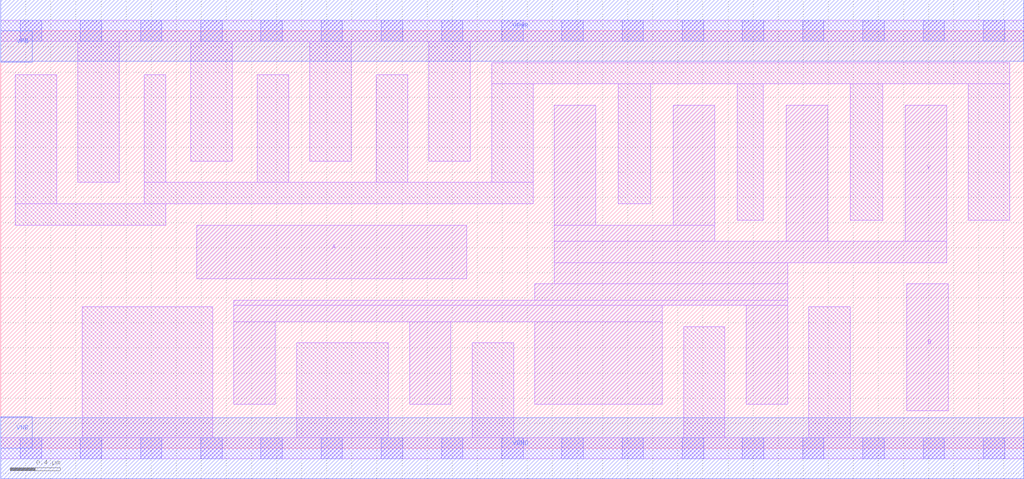
<source format=lef>
# Copyright 2020 The SkyWater PDK Authors
#
# Licensed under the Apache License, Version 2.0 (the "License");
# you may not use this file except in compliance with the License.
# You may obtain a copy of the License at
#
#     https://www.apache.org/licenses/LICENSE-2.0
#
# Unless required by applicable law or agreed to in writing, software
# distributed under the License is distributed on an "AS IS" BASIS,
# WITHOUT WARRANTIES OR CONDITIONS OF ANY KIND, either express or implied.
# See the License for the specific language governing permissions and
# limitations under the License.
#
# SPDX-License-Identifier: Apache-2.0

VERSION 5.5 ;
NAMESCASESENSITIVE ON ;
BUSBITCHARS "[]" ;
DIVIDERCHAR "/" ;
MACRO sky130_fd_sc_ms__nor2_8
  CLASS CORE ;
  SOURCE USER ;
  ORIGIN  0.000000  0.000000 ;
  SIZE  8.160000 BY  3.330000 ;
  SYMMETRY X Y ;
  SITE unit ;
  PIN A
    ANTENNAGATEAREA  1.788000 ;
    DIRECTION INPUT ;
    USE SIGNAL ;
    PORT
      LAYER li1 ;
        RECT 1.565000 1.350000 3.715000 1.780000 ;
    END
  END A
  PIN B
    ANTENNAGATEAREA  1.788000 ;
    DIRECTION INPUT ;
    USE SIGNAL ;
    PORT
      LAYER li1 ;
        RECT 7.225000 0.300000 7.555000 1.310000 ;
    END
  END B
  PIN Y
    ANTENNADIFFAREA  2.839300 ;
    DIRECTION OUTPUT ;
    USE SIGNAL ;
    PORT
      LAYER li1 ;
        RECT 1.860000 0.350000 2.190000 1.010000 ;
        RECT 1.860000 1.010000 5.275000 1.140000 ;
        RECT 1.860000 1.140000 6.275000 1.180000 ;
        RECT 3.260000 0.350000 3.590000 1.010000 ;
        RECT 4.260000 0.350000 5.275000 1.010000 ;
        RECT 4.260000 1.180000 6.275000 1.310000 ;
        RECT 4.415000 1.310000 6.275000 1.480000 ;
        RECT 4.415000 1.480000 7.545000 1.650000 ;
        RECT 4.415000 1.650000 5.695000 1.780000 ;
        RECT 4.415000 1.780000 4.745000 2.735000 ;
        RECT 5.365000 1.780000 5.695000 2.735000 ;
        RECT 5.945000 0.350000 6.275000 1.140000 ;
        RECT 6.265000 1.650000 6.595000 2.735000 ;
        RECT 7.215000 1.650000 7.545000 2.735000 ;
    END
  END Y
  PIN VGND
    DIRECTION INOUT ;
    USE GROUND ;
    PORT
      LAYER met1 ;
        RECT 0.000000 -0.245000 8.160000 0.245000 ;
    END
  END VGND
  PIN VNB
    DIRECTION INOUT ;
    USE GROUND ;
    PORT
      LAYER met1 ;
        RECT 0.000000 0.000000 0.250000 0.250000 ;
    END
  END VNB
  PIN VPB
    DIRECTION INOUT ;
    USE POWER ;
    PORT
      LAYER met1 ;
        RECT 0.000000 3.080000 0.250000 3.330000 ;
    END
  END VPB
  PIN VPWR
    DIRECTION INOUT ;
    USE POWER ;
    PORT
      LAYER met1 ;
        RECT 0.000000 3.085000 8.160000 3.575000 ;
    END
  END VPWR
  OBS
    LAYER li1 ;
      RECT 0.000000 -0.085000 8.160000 0.085000 ;
      RECT 0.000000  3.245000 8.160000 3.415000 ;
      RECT 0.115000  1.780000 1.315000 1.950000 ;
      RECT 0.115000  1.950000 0.445000 2.980000 ;
      RECT 0.615000  2.120000 0.945000 3.245000 ;
      RECT 0.650000  0.085000 1.690000 1.130000 ;
      RECT 1.145000  1.950000 4.245000 2.120000 ;
      RECT 1.145000  2.120000 1.315000 2.980000 ;
      RECT 1.515000  2.290000 1.845000 3.245000 ;
      RECT 2.045000  2.120000 2.295000 2.980000 ;
      RECT 2.360000  0.085000 3.090000 0.840000 ;
      RECT 2.465000  2.290000 2.795000 3.245000 ;
      RECT 2.995000  2.120000 3.245000 2.980000 ;
      RECT 3.415000  2.290000 3.745000 3.245000 ;
      RECT 3.760000  0.085000 4.090000 0.840000 ;
      RECT 3.915000  2.120000 4.245000 2.905000 ;
      RECT 3.915000  2.905000 8.045000 3.075000 ;
      RECT 4.925000  1.950000 5.185000 2.905000 ;
      RECT 5.445000  0.085000 5.775000 0.970000 ;
      RECT 5.875000  1.820000 6.080000 2.905000 ;
      RECT 6.445000  0.085000 6.775000 1.130000 ;
      RECT 6.775000  1.820000 7.035000 2.905000 ;
      RECT 7.715000  1.820000 8.045000 2.905000 ;
    LAYER mcon ;
      RECT 0.155000 -0.085000 0.325000 0.085000 ;
      RECT 0.155000  3.245000 0.325000 3.415000 ;
      RECT 0.635000 -0.085000 0.805000 0.085000 ;
      RECT 0.635000  3.245000 0.805000 3.415000 ;
      RECT 1.115000 -0.085000 1.285000 0.085000 ;
      RECT 1.115000  3.245000 1.285000 3.415000 ;
      RECT 1.595000 -0.085000 1.765000 0.085000 ;
      RECT 1.595000  3.245000 1.765000 3.415000 ;
      RECT 2.075000 -0.085000 2.245000 0.085000 ;
      RECT 2.075000  3.245000 2.245000 3.415000 ;
      RECT 2.555000 -0.085000 2.725000 0.085000 ;
      RECT 2.555000  3.245000 2.725000 3.415000 ;
      RECT 3.035000 -0.085000 3.205000 0.085000 ;
      RECT 3.035000  3.245000 3.205000 3.415000 ;
      RECT 3.515000 -0.085000 3.685000 0.085000 ;
      RECT 3.515000  3.245000 3.685000 3.415000 ;
      RECT 3.995000 -0.085000 4.165000 0.085000 ;
      RECT 3.995000  3.245000 4.165000 3.415000 ;
      RECT 4.475000 -0.085000 4.645000 0.085000 ;
      RECT 4.475000  3.245000 4.645000 3.415000 ;
      RECT 4.955000 -0.085000 5.125000 0.085000 ;
      RECT 4.955000  3.245000 5.125000 3.415000 ;
      RECT 5.435000 -0.085000 5.605000 0.085000 ;
      RECT 5.435000  3.245000 5.605000 3.415000 ;
      RECT 5.915000 -0.085000 6.085000 0.085000 ;
      RECT 5.915000  3.245000 6.085000 3.415000 ;
      RECT 6.395000 -0.085000 6.565000 0.085000 ;
      RECT 6.395000  3.245000 6.565000 3.415000 ;
      RECT 6.875000 -0.085000 7.045000 0.085000 ;
      RECT 6.875000  3.245000 7.045000 3.415000 ;
      RECT 7.355000 -0.085000 7.525000 0.085000 ;
      RECT 7.355000  3.245000 7.525000 3.415000 ;
      RECT 7.835000 -0.085000 8.005000 0.085000 ;
      RECT 7.835000  3.245000 8.005000 3.415000 ;
  END
END sky130_fd_sc_ms__nor2_8
END LIBRARY

</source>
